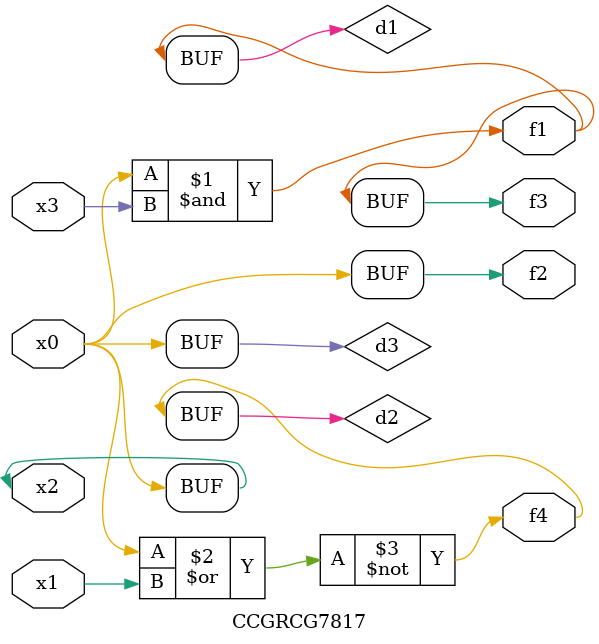
<source format=v>
module CCGRCG7817(
	input x0, x1, x2, x3,
	output f1, f2, f3, f4
);

	wire d1, d2, d3;

	and (d1, x2, x3);
	nor (d2, x0, x1);
	buf (d3, x0, x2);
	assign f1 = d1;
	assign f2 = d3;
	assign f3 = d1;
	assign f4 = d2;
endmodule

</source>
